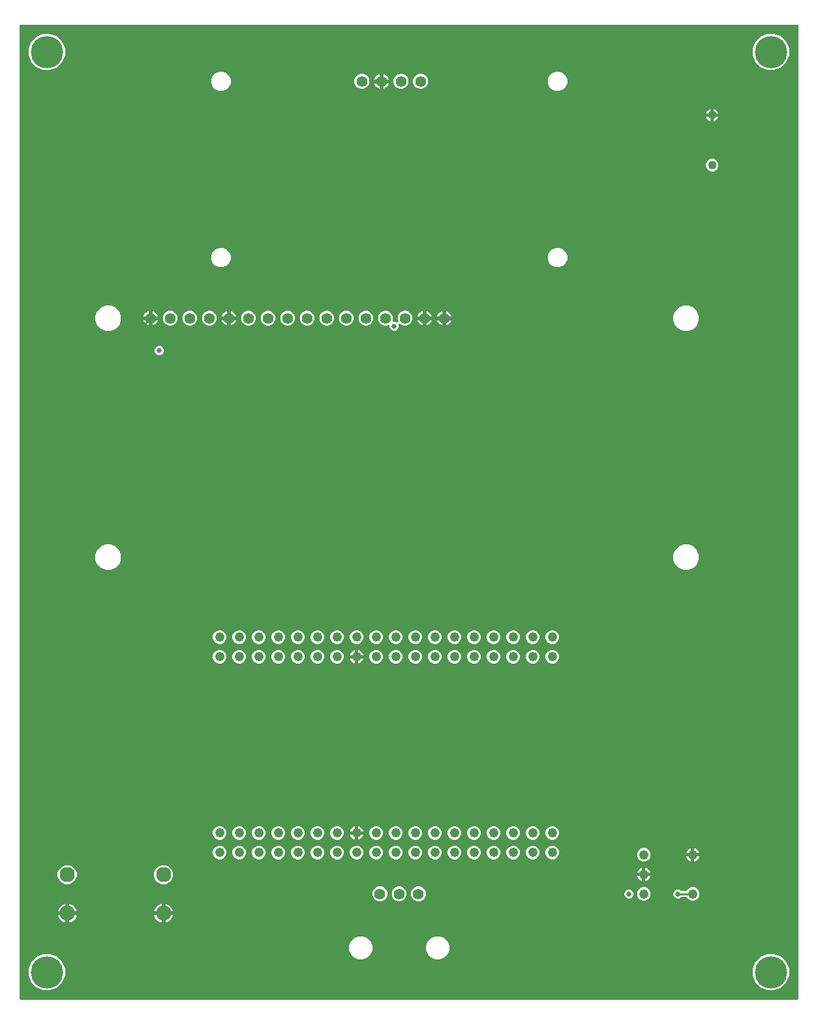
<source format=gbr>
G04 EAGLE Gerber RS-274X export*
G75*
%MOMM*%
%FSLAX34Y34*%
%LPD*%
%INCopper Layer 2*%
%IPPOS*%
%AMOC8*
5,1,8,0,0,1.08239X$1,22.5*%
G01*
%ADD10C,1.422400*%
%ADD11C,1.244600*%
%ADD12C,1.120000*%
%ADD13C,1.400000*%
%ADD14C,1.960000*%
%ADD15C,4.191000*%
%ADD16C,0.654800*%
%ADD17C,0.254000*%

G36*
X1012109Y2556D02*
X1012109Y2556D01*
X1012227Y2563D01*
X1012266Y2575D01*
X1012306Y2581D01*
X1012417Y2624D01*
X1012530Y2661D01*
X1012564Y2683D01*
X1012602Y2698D01*
X1012698Y2767D01*
X1012799Y2831D01*
X1012826Y2861D01*
X1012859Y2884D01*
X1012935Y2976D01*
X1013017Y3063D01*
X1013036Y3098D01*
X1013062Y3129D01*
X1013113Y3237D01*
X1013170Y3341D01*
X1013180Y3381D01*
X1013198Y3417D01*
X1013220Y3534D01*
X1013250Y3649D01*
X1013253Y3709D01*
X1013257Y3729D01*
X1013256Y3750D01*
X1013260Y3810D01*
X1013459Y1266190D01*
X1013444Y1266308D01*
X1013436Y1266427D01*
X1013424Y1266465D01*
X1013419Y1266505D01*
X1013375Y1266616D01*
X1013338Y1266729D01*
X1013317Y1266764D01*
X1013302Y1266801D01*
X1013232Y1266897D01*
X1013168Y1266998D01*
X1013139Y1267026D01*
X1013115Y1267058D01*
X1013023Y1267135D01*
X1012937Y1267216D01*
X1012901Y1267236D01*
X1012870Y1267261D01*
X1012762Y1267312D01*
X1012658Y1267370D01*
X1012619Y1267380D01*
X1012582Y1267397D01*
X1012465Y1267419D01*
X1012350Y1267449D01*
X1012290Y1267453D01*
X1012270Y1267457D01*
X1012250Y1267455D01*
X1012189Y1267459D01*
X3810Y1267459D01*
X3692Y1267444D01*
X3573Y1267437D01*
X3535Y1267424D01*
X3494Y1267419D01*
X3384Y1267376D01*
X3271Y1267339D01*
X3236Y1267317D01*
X3199Y1267302D01*
X3103Y1267233D01*
X3002Y1267169D01*
X2974Y1267139D01*
X2941Y1267116D01*
X2865Y1267024D01*
X2784Y1266937D01*
X2764Y1266902D01*
X2739Y1266871D01*
X2688Y1266763D01*
X2630Y1266659D01*
X2620Y1266619D01*
X2603Y1266583D01*
X2581Y1266466D01*
X2551Y1266351D01*
X2547Y1266291D01*
X2543Y1266271D01*
X2545Y1266250D01*
X2541Y1266190D01*
X2541Y3810D01*
X2556Y3692D01*
X2563Y3573D01*
X2576Y3535D01*
X2581Y3494D01*
X2624Y3384D01*
X2661Y3271D01*
X2683Y3236D01*
X2698Y3199D01*
X2767Y3103D01*
X2831Y3002D01*
X2861Y2974D01*
X2884Y2941D01*
X2976Y2865D01*
X3063Y2784D01*
X3098Y2764D01*
X3129Y2739D01*
X3237Y2688D01*
X3341Y2630D01*
X3381Y2620D01*
X3417Y2603D01*
X3534Y2581D01*
X3649Y2551D01*
X3709Y2547D01*
X3729Y2543D01*
X3750Y2545D01*
X3810Y2541D01*
X1011991Y2541D01*
X1012109Y2556D01*
G37*
%LPC*%
G36*
X973226Y1208404D02*
X973226Y1208404D01*
X964591Y1211981D01*
X957981Y1218591D01*
X954404Y1227226D01*
X954404Y1236574D01*
X957981Y1245209D01*
X964591Y1251819D01*
X973226Y1255396D01*
X982574Y1255396D01*
X991209Y1251819D01*
X997819Y1245209D01*
X1001396Y1236574D01*
X1001396Y1227226D01*
X997819Y1218591D01*
X991209Y1211981D01*
X982574Y1208404D01*
X973226Y1208404D01*
G37*
%LPD*%
%LPC*%
G36*
X33426Y1208404D02*
X33426Y1208404D01*
X24791Y1211981D01*
X18181Y1218591D01*
X14604Y1227226D01*
X14604Y1236574D01*
X18181Y1245209D01*
X24791Y1251819D01*
X33426Y1255396D01*
X42774Y1255396D01*
X51409Y1251819D01*
X58019Y1245209D01*
X61596Y1236574D01*
X61596Y1227226D01*
X58019Y1218591D01*
X51409Y1211981D01*
X42774Y1208404D01*
X33426Y1208404D01*
G37*
%LPD*%
%LPC*%
G36*
X33426Y14604D02*
X33426Y14604D01*
X24791Y18181D01*
X18181Y24791D01*
X14604Y33426D01*
X14604Y42774D01*
X18181Y51409D01*
X24791Y58019D01*
X33426Y61596D01*
X42774Y61596D01*
X51409Y58019D01*
X58019Y51409D01*
X61596Y42774D01*
X61596Y33426D01*
X58019Y24791D01*
X51409Y18181D01*
X42774Y14604D01*
X33426Y14604D01*
G37*
%LPD*%
%LPC*%
G36*
X973226Y14604D02*
X973226Y14604D01*
X964591Y18181D01*
X957981Y24791D01*
X954404Y33426D01*
X954404Y42774D01*
X957981Y51409D01*
X964591Y58019D01*
X973226Y61596D01*
X982574Y61596D01*
X991209Y58019D01*
X997819Y51409D01*
X1001396Y42774D01*
X1001396Y33426D01*
X997819Y24791D01*
X991209Y18181D01*
X982574Y14604D01*
X973226Y14604D01*
G37*
%LPD*%
%LPC*%
G36*
X864470Y559979D02*
X864470Y559979D01*
X858390Y562497D01*
X853737Y567150D01*
X851219Y573230D01*
X851219Y579810D01*
X853737Y585890D01*
X858390Y590543D01*
X864470Y593061D01*
X871050Y593061D01*
X877130Y590543D01*
X881783Y585890D01*
X884301Y579810D01*
X884301Y573230D01*
X881783Y567150D01*
X877130Y562497D01*
X871050Y559979D01*
X864470Y559979D01*
G37*
%LPD*%
%LPC*%
G36*
X114470Y559979D02*
X114470Y559979D01*
X108390Y562497D01*
X103737Y567150D01*
X101219Y573230D01*
X101219Y579810D01*
X103737Y585890D01*
X108390Y590543D01*
X114470Y593061D01*
X121050Y593061D01*
X127130Y590543D01*
X131783Y585890D01*
X134301Y579810D01*
X134301Y573230D01*
X131783Y567150D01*
X127130Y562497D01*
X121050Y559979D01*
X114470Y559979D01*
G37*
%LPD*%
%LPC*%
G36*
X864470Y869979D02*
X864470Y869979D01*
X858390Y872497D01*
X853737Y877150D01*
X851219Y883230D01*
X851219Y889810D01*
X853737Y895890D01*
X858390Y900543D01*
X864470Y903061D01*
X871050Y903061D01*
X877130Y900543D01*
X881783Y895890D01*
X884301Y889810D01*
X884301Y883230D01*
X881783Y877150D01*
X877130Y872497D01*
X871050Y869979D01*
X864470Y869979D01*
G37*
%LPD*%
%LPC*%
G36*
X114470Y869979D02*
X114470Y869979D01*
X108390Y872497D01*
X103737Y877150D01*
X101219Y883230D01*
X101219Y889810D01*
X103737Y895890D01*
X108390Y900543D01*
X114470Y903061D01*
X121050Y903061D01*
X127130Y900543D01*
X131783Y895890D01*
X134301Y889810D01*
X134301Y883230D01*
X131783Y877150D01*
X127130Y872497D01*
X121050Y869979D01*
X114470Y869979D01*
G37*
%LPD*%
%LPC*%
G36*
X442308Y54659D02*
X442308Y54659D01*
X436780Y56949D01*
X432549Y61180D01*
X430259Y66708D01*
X430259Y72692D01*
X432549Y78220D01*
X436780Y82451D01*
X442308Y84741D01*
X448292Y84741D01*
X453820Y82451D01*
X458051Y78220D01*
X460341Y72692D01*
X460341Y66708D01*
X458051Y61180D01*
X453820Y56949D01*
X448292Y54659D01*
X442308Y54659D01*
G37*
%LPD*%
%LPC*%
G36*
X542308Y54659D02*
X542308Y54659D01*
X536780Y56949D01*
X532549Y61180D01*
X530259Y66708D01*
X530259Y72692D01*
X532549Y78220D01*
X536780Y82451D01*
X542308Y84741D01*
X548292Y84741D01*
X553820Y82451D01*
X558051Y78220D01*
X560341Y72692D01*
X560341Y66708D01*
X558051Y61180D01*
X553820Y56949D01*
X548292Y54659D01*
X542308Y54659D01*
G37*
%LPD*%
%LPC*%
G36*
X487793Y870485D02*
X487793Y870485D01*
X485656Y871370D01*
X484020Y873006D01*
X483135Y875143D01*
X483135Y876603D01*
X483129Y876652D01*
X483131Y876702D01*
X483109Y876809D01*
X483095Y876919D01*
X483077Y876965D01*
X483067Y877013D01*
X483019Y877112D01*
X482978Y877214D01*
X482949Y877254D01*
X482927Y877299D01*
X482856Y877383D01*
X482792Y877472D01*
X482753Y877503D01*
X482721Y877541D01*
X482631Y877604D01*
X482547Y877674D01*
X482502Y877696D01*
X482461Y877724D01*
X482358Y877763D01*
X482259Y877810D01*
X482210Y877819D01*
X482164Y877837D01*
X482054Y877849D01*
X481947Y877870D01*
X481897Y877867D01*
X481848Y877872D01*
X481739Y877857D01*
X481629Y877850D01*
X481582Y877835D01*
X481533Y877828D01*
X481380Y877776D01*
X479458Y876979D01*
X475662Y876979D01*
X472156Y878432D01*
X469472Y881116D01*
X468019Y884622D01*
X468019Y888418D01*
X469472Y891924D01*
X472156Y894608D01*
X475662Y896061D01*
X479458Y896061D01*
X482964Y894608D01*
X485648Y891924D01*
X487101Y888418D01*
X487101Y884622D01*
X486789Y883870D01*
X486777Y883826D01*
X486761Y883793D01*
X486761Y883790D01*
X486755Y883777D01*
X486734Y883669D01*
X486705Y883563D01*
X486704Y883513D01*
X486695Y883464D01*
X486702Y883355D01*
X486700Y883245D01*
X486712Y883197D01*
X486715Y883147D01*
X486749Y883043D01*
X486774Y882936D01*
X486797Y882892D01*
X486813Y882845D01*
X486871Y882752D01*
X486923Y882655D01*
X486956Y882618D01*
X486983Y882576D01*
X487063Y882501D01*
X487137Y882419D01*
X487178Y882392D01*
X487215Y882358D01*
X487311Y882305D01*
X487402Y882245D01*
X487449Y882228D01*
X487493Y882204D01*
X487599Y882177D01*
X487703Y882141D01*
X487753Y882137D01*
X487801Y882125D01*
X487962Y882115D01*
X490107Y882115D01*
X492303Y881205D01*
X492318Y881196D01*
X492389Y881141D01*
X492453Y881113D01*
X492512Y881077D01*
X492598Y881050D01*
X492680Y881015D01*
X492749Y881004D01*
X492816Y880983D01*
X492906Y880979D01*
X492994Y880965D01*
X493064Y880971D01*
X493134Y880968D01*
X493222Y880986D01*
X493311Y880994D01*
X493377Y881018D01*
X493445Y881032D01*
X493526Y881072D01*
X493610Y881102D01*
X493668Y881141D01*
X493731Y881172D01*
X493799Y881230D01*
X493874Y881280D01*
X493920Y881333D01*
X493973Y881378D01*
X494025Y881452D01*
X494084Y881519D01*
X494116Y881581D01*
X494156Y881638D01*
X494188Y881722D01*
X494229Y881802D01*
X494244Y881870D01*
X494269Y881936D01*
X494279Y882025D01*
X494298Y882112D01*
X494296Y882182D01*
X494304Y882252D01*
X494292Y882341D01*
X494289Y882430D01*
X494269Y882497D01*
X494260Y882567D01*
X494208Y882719D01*
X493419Y884622D01*
X493419Y888418D01*
X494872Y891924D01*
X497556Y894608D01*
X501062Y896061D01*
X504858Y896061D01*
X508364Y894608D01*
X511048Y891924D01*
X512501Y888418D01*
X512501Y884622D01*
X511048Y881116D01*
X508364Y878432D01*
X504858Y876979D01*
X501062Y876979D01*
X497556Y878432D01*
X496614Y879374D01*
X496559Y879416D01*
X496510Y879467D01*
X496433Y879514D01*
X496362Y879569D01*
X496299Y879596D01*
X496239Y879633D01*
X496153Y879659D01*
X496071Y879695D01*
X496002Y879706D01*
X495935Y879726D01*
X495845Y879731D01*
X495757Y879745D01*
X495687Y879738D01*
X495617Y879742D01*
X495530Y879723D01*
X495440Y879715D01*
X495374Y879691D01*
X495306Y879677D01*
X495225Y879638D01*
X495141Y879607D01*
X495083Y879568D01*
X495020Y879538D01*
X494952Y879479D01*
X494878Y879429D01*
X494831Y879376D01*
X494778Y879331D01*
X494726Y879258D01*
X494667Y879190D01*
X494635Y879128D01*
X494595Y879071D01*
X494563Y878987D01*
X494522Y878907D01*
X494507Y878839D01*
X494482Y878774D01*
X494472Y878684D01*
X494453Y878597D01*
X494455Y878527D01*
X494447Y878458D01*
X494460Y878369D01*
X494462Y878279D01*
X494482Y878212D01*
X494492Y878143D01*
X494544Y877990D01*
X494765Y877457D01*
X494765Y875143D01*
X493880Y873006D01*
X492244Y871370D01*
X490107Y870485D01*
X487793Y870485D01*
G37*
%LPD*%
%LPC*%
G36*
X698545Y1181259D02*
X698545Y1181259D01*
X693936Y1183168D01*
X690408Y1186696D01*
X688499Y1191305D01*
X688499Y1196295D01*
X690408Y1200904D01*
X693936Y1204432D01*
X698545Y1206341D01*
X703535Y1206341D01*
X708144Y1204432D01*
X711672Y1200904D01*
X713581Y1196295D01*
X713581Y1191305D01*
X711672Y1186696D01*
X708144Y1183168D01*
X703535Y1181259D01*
X698545Y1181259D01*
G37*
%LPD*%
%LPC*%
G36*
X261665Y1181259D02*
X261665Y1181259D01*
X257056Y1183168D01*
X253528Y1186696D01*
X251619Y1191305D01*
X251619Y1196295D01*
X253528Y1200904D01*
X257056Y1204432D01*
X261665Y1206341D01*
X266655Y1206341D01*
X271264Y1204432D01*
X274792Y1200904D01*
X276701Y1196295D01*
X276701Y1191305D01*
X274792Y1186696D01*
X271264Y1183168D01*
X266655Y1181259D01*
X261665Y1181259D01*
G37*
%LPD*%
%LPC*%
G36*
X698545Y952659D02*
X698545Y952659D01*
X693936Y954568D01*
X690408Y958096D01*
X688499Y962705D01*
X688499Y967695D01*
X690408Y972304D01*
X693936Y975832D01*
X698545Y977741D01*
X703535Y977741D01*
X708144Y975832D01*
X711672Y972304D01*
X713581Y967695D01*
X713581Y962705D01*
X711672Y958096D01*
X708144Y954568D01*
X703535Y952659D01*
X698545Y952659D01*
G37*
%LPD*%
%LPC*%
G36*
X261665Y952659D02*
X261665Y952659D01*
X257056Y954568D01*
X253528Y958096D01*
X251619Y962705D01*
X251619Y967695D01*
X253528Y972304D01*
X257056Y975832D01*
X261665Y977741D01*
X266655Y977741D01*
X271264Y975832D01*
X274792Y972304D01*
X276701Y967695D01*
X276701Y962705D01*
X274792Y958096D01*
X271264Y954568D01*
X266655Y952659D01*
X261665Y952659D01*
G37*
%LPD*%
%LPC*%
G36*
X62045Y152359D02*
X62045Y152359D01*
X57510Y154238D01*
X54038Y157710D01*
X52159Y162245D01*
X52159Y167155D01*
X54038Y171690D01*
X57510Y175162D01*
X62045Y177041D01*
X66955Y177041D01*
X71490Y175162D01*
X74962Y171690D01*
X76841Y167155D01*
X76841Y162245D01*
X74962Y157710D01*
X71490Y154238D01*
X66955Y152359D01*
X62045Y152359D01*
G37*
%LPD*%
%LPC*%
G36*
X187045Y152359D02*
X187045Y152359D01*
X182510Y154238D01*
X179038Y157710D01*
X177159Y162245D01*
X177159Y167155D01*
X179038Y171690D01*
X182510Y175162D01*
X187045Y177041D01*
X191955Y177041D01*
X196490Y175162D01*
X199962Y171690D01*
X201841Y167155D01*
X201841Y162245D01*
X199962Y157710D01*
X196490Y154238D01*
X191955Y152359D01*
X187045Y152359D01*
G37*
%LPD*%
%LPC*%
G36*
X874557Y130936D02*
X874557Y130936D01*
X871336Y132270D01*
X868870Y134736D01*
X868717Y135106D01*
X868703Y135131D01*
X868693Y135159D01*
X868624Y135269D01*
X868560Y135382D01*
X868539Y135403D01*
X868523Y135428D01*
X868429Y135517D01*
X868338Y135610D01*
X868313Y135626D01*
X868292Y135646D01*
X868178Y135709D01*
X868067Y135777D01*
X868039Y135785D01*
X868013Y135800D01*
X867887Y135832D01*
X867763Y135870D01*
X867734Y135872D01*
X867705Y135879D01*
X867545Y135889D01*
X862188Y135889D01*
X862090Y135877D01*
X861991Y135874D01*
X861933Y135857D01*
X861873Y135849D01*
X861781Y135813D01*
X861686Y135785D01*
X861633Y135755D01*
X861577Y135732D01*
X861497Y135674D01*
X861412Y135624D01*
X861336Y135558D01*
X861320Y135546D01*
X861312Y135536D01*
X861291Y135518D01*
X860544Y134770D01*
X858407Y133885D01*
X856093Y133885D01*
X853956Y134770D01*
X852320Y136406D01*
X851435Y138543D01*
X851435Y140857D01*
X852320Y142994D01*
X853956Y144630D01*
X856093Y145515D01*
X858407Y145515D01*
X860544Y144630D01*
X861291Y143882D01*
X861369Y143822D01*
X861441Y143754D01*
X861494Y143725D01*
X861542Y143688D01*
X861633Y143648D01*
X861720Y143600D01*
X861778Y143585D01*
X861834Y143561D01*
X861932Y143546D01*
X862028Y143521D01*
X862128Y143515D01*
X862148Y143511D01*
X862160Y143513D01*
X862188Y143511D01*
X867545Y143511D01*
X867574Y143514D01*
X867603Y143512D01*
X867731Y143534D01*
X867860Y143551D01*
X867888Y143561D01*
X867917Y143566D01*
X868035Y143620D01*
X868156Y143668D01*
X868180Y143685D01*
X868207Y143697D01*
X868308Y143778D01*
X868413Y143854D01*
X868432Y143877D01*
X868455Y143896D01*
X868533Y143999D01*
X868616Y144099D01*
X868629Y144126D01*
X868646Y144150D01*
X868717Y144294D01*
X868870Y144664D01*
X871336Y147130D01*
X874557Y148464D01*
X878043Y148464D01*
X881264Y147130D01*
X883730Y144664D01*
X885064Y141443D01*
X885064Y137957D01*
X883730Y134736D01*
X881264Y132270D01*
X878043Y130936D01*
X874557Y130936D01*
G37*
%LPD*%
%LPC*%
G36*
X521320Y1184147D02*
X521320Y1184147D01*
X517772Y1185617D01*
X515057Y1188332D01*
X513587Y1191880D01*
X513587Y1195720D01*
X515057Y1199268D01*
X517772Y1201983D01*
X521320Y1203453D01*
X525160Y1203453D01*
X528708Y1201983D01*
X531423Y1199268D01*
X532893Y1195720D01*
X532893Y1191880D01*
X531423Y1188332D01*
X528708Y1185617D01*
X525160Y1184147D01*
X521320Y1184147D01*
G37*
%LPD*%
%LPC*%
G36*
X495920Y1184147D02*
X495920Y1184147D01*
X492372Y1185617D01*
X489657Y1188332D01*
X488187Y1191880D01*
X488187Y1195720D01*
X489657Y1199268D01*
X492372Y1201983D01*
X495920Y1203453D01*
X499760Y1203453D01*
X503308Y1201983D01*
X506023Y1199268D01*
X507493Y1195720D01*
X507493Y1191880D01*
X506023Y1188332D01*
X503308Y1185617D01*
X499760Y1184147D01*
X495920Y1184147D01*
G37*
%LPD*%
%LPC*%
G36*
X445120Y1184147D02*
X445120Y1184147D01*
X441572Y1185617D01*
X438857Y1188332D01*
X437387Y1191880D01*
X437387Y1195720D01*
X438857Y1199268D01*
X441572Y1201983D01*
X445120Y1203453D01*
X448960Y1203453D01*
X452508Y1201983D01*
X455223Y1199268D01*
X456693Y1195720D01*
X456693Y1191880D01*
X455223Y1188332D01*
X452508Y1185617D01*
X448960Y1184147D01*
X445120Y1184147D01*
G37*
%LPD*%
%LPC*%
G36*
X468402Y130159D02*
X468402Y130159D01*
X464896Y131612D01*
X462212Y134296D01*
X460759Y137802D01*
X460759Y141598D01*
X462212Y145104D01*
X464896Y147788D01*
X468402Y149241D01*
X472198Y149241D01*
X475704Y147788D01*
X478388Y145104D01*
X479841Y141598D01*
X479841Y137802D01*
X478388Y134296D01*
X475704Y131612D01*
X472198Y130159D01*
X468402Y130159D01*
G37*
%LPD*%
%LPC*%
G36*
X297862Y876979D02*
X297862Y876979D01*
X294356Y878432D01*
X291672Y881116D01*
X290219Y884622D01*
X290219Y888418D01*
X291672Y891924D01*
X294356Y894608D01*
X297862Y896061D01*
X301658Y896061D01*
X305164Y894608D01*
X307848Y891924D01*
X309301Y888418D01*
X309301Y884622D01*
X307848Y881116D01*
X305164Y878432D01*
X301658Y876979D01*
X297862Y876979D01*
G37*
%LPD*%
%LPC*%
G36*
X348662Y876979D02*
X348662Y876979D01*
X345156Y878432D01*
X342472Y881116D01*
X341019Y884622D01*
X341019Y888418D01*
X342472Y891924D01*
X345156Y894608D01*
X348662Y896061D01*
X352458Y896061D01*
X355964Y894608D01*
X358648Y891924D01*
X360101Y888418D01*
X360101Y884622D01*
X358648Y881116D01*
X355964Y878432D01*
X352458Y876979D01*
X348662Y876979D01*
G37*
%LPD*%
%LPC*%
G36*
X323262Y876979D02*
X323262Y876979D01*
X319756Y878432D01*
X317072Y881116D01*
X315619Y884622D01*
X315619Y888418D01*
X317072Y891924D01*
X319756Y894608D01*
X323262Y896061D01*
X327058Y896061D01*
X330564Y894608D01*
X333248Y891924D01*
X334701Y888418D01*
X334701Y884622D01*
X333248Y881116D01*
X330564Y878432D01*
X327058Y876979D01*
X323262Y876979D01*
G37*
%LPD*%
%LPC*%
G36*
X196262Y876979D02*
X196262Y876979D01*
X192756Y878432D01*
X190072Y881116D01*
X188619Y884622D01*
X188619Y888418D01*
X190072Y891924D01*
X192756Y894608D01*
X196262Y896061D01*
X200058Y896061D01*
X203564Y894608D01*
X206248Y891924D01*
X207701Y888418D01*
X207701Y884622D01*
X206248Y881116D01*
X203564Y878432D01*
X200058Y876979D01*
X196262Y876979D01*
G37*
%LPD*%
%LPC*%
G36*
X247062Y876979D02*
X247062Y876979D01*
X243556Y878432D01*
X240872Y881116D01*
X239419Y884622D01*
X239419Y888418D01*
X240872Y891924D01*
X243556Y894608D01*
X247062Y896061D01*
X250858Y896061D01*
X254364Y894608D01*
X257048Y891924D01*
X258501Y888418D01*
X258501Y884622D01*
X257048Y881116D01*
X254364Y878432D01*
X250858Y876979D01*
X247062Y876979D01*
G37*
%LPD*%
%LPC*%
G36*
X221662Y876979D02*
X221662Y876979D01*
X218156Y878432D01*
X215472Y881116D01*
X214019Y884622D01*
X214019Y888418D01*
X215472Y891924D01*
X218156Y894608D01*
X221662Y896061D01*
X225458Y896061D01*
X228964Y894608D01*
X231648Y891924D01*
X233101Y888418D01*
X233101Y884622D01*
X231648Y881116D01*
X228964Y878432D01*
X225458Y876979D01*
X221662Y876979D01*
G37*
%LPD*%
%LPC*%
G36*
X450262Y876979D02*
X450262Y876979D01*
X446756Y878432D01*
X444072Y881116D01*
X442619Y884622D01*
X442619Y888418D01*
X444072Y891924D01*
X446756Y894608D01*
X450262Y896061D01*
X454058Y896061D01*
X457564Y894608D01*
X460248Y891924D01*
X461701Y888418D01*
X461701Y884622D01*
X460248Y881116D01*
X457564Y878432D01*
X454058Y876979D01*
X450262Y876979D01*
G37*
%LPD*%
%LPC*%
G36*
X424862Y876979D02*
X424862Y876979D01*
X421356Y878432D01*
X418672Y881116D01*
X417219Y884622D01*
X417219Y888418D01*
X418672Y891924D01*
X421356Y894608D01*
X424862Y896061D01*
X428658Y896061D01*
X432164Y894608D01*
X434848Y891924D01*
X436301Y888418D01*
X436301Y884622D01*
X434848Y881116D01*
X432164Y878432D01*
X428658Y876979D01*
X424862Y876979D01*
G37*
%LPD*%
%LPC*%
G36*
X399462Y876979D02*
X399462Y876979D01*
X395956Y878432D01*
X393272Y881116D01*
X391819Y884622D01*
X391819Y888418D01*
X393272Y891924D01*
X395956Y894608D01*
X399462Y896061D01*
X403258Y896061D01*
X406764Y894608D01*
X409448Y891924D01*
X410901Y888418D01*
X410901Y884622D01*
X409448Y881116D01*
X406764Y878432D01*
X403258Y876979D01*
X399462Y876979D01*
G37*
%LPD*%
%LPC*%
G36*
X374062Y876979D02*
X374062Y876979D01*
X370556Y878432D01*
X367872Y881116D01*
X366419Y884622D01*
X366419Y888418D01*
X367872Y891924D01*
X370556Y894608D01*
X374062Y896061D01*
X377858Y896061D01*
X381364Y894608D01*
X384048Y891924D01*
X385501Y888418D01*
X385501Y884622D01*
X384048Y881116D01*
X381364Y878432D01*
X377858Y876979D01*
X374062Y876979D01*
G37*
%LPD*%
%LPC*%
G36*
X493402Y130159D02*
X493402Y130159D01*
X489896Y131612D01*
X487212Y134296D01*
X485759Y137802D01*
X485759Y141598D01*
X487212Y145104D01*
X489896Y147788D01*
X493402Y149241D01*
X497198Y149241D01*
X500704Y147788D01*
X503388Y145104D01*
X504841Y141598D01*
X504841Y137802D01*
X503388Y134296D01*
X500704Y131612D01*
X497198Y130159D01*
X493402Y130159D01*
G37*
%LPD*%
%LPC*%
G36*
X518402Y130159D02*
X518402Y130159D01*
X514896Y131612D01*
X512212Y134296D01*
X510759Y137802D01*
X510759Y141598D01*
X512212Y145104D01*
X514896Y147788D01*
X518402Y149241D01*
X522198Y149241D01*
X525704Y147788D01*
X528388Y145104D01*
X529841Y141598D01*
X529841Y137802D01*
X528388Y134296D01*
X525704Y131612D01*
X522198Y130159D01*
X518402Y130159D01*
G37*
%LPD*%
%LPC*%
G36*
X666957Y184536D02*
X666957Y184536D01*
X663736Y185870D01*
X661270Y188336D01*
X659936Y191557D01*
X659936Y195043D01*
X661270Y198264D01*
X663736Y200730D01*
X666957Y202064D01*
X670443Y202064D01*
X673664Y200730D01*
X676130Y198264D01*
X677464Y195043D01*
X677464Y191557D01*
X676130Y188336D01*
X673664Y185870D01*
X670443Y184536D01*
X666957Y184536D01*
G37*
%LPD*%
%LPC*%
G36*
X641557Y184536D02*
X641557Y184536D01*
X638336Y185870D01*
X635870Y188336D01*
X634536Y191557D01*
X634536Y195043D01*
X635870Y198264D01*
X638336Y200730D01*
X641557Y202064D01*
X645043Y202064D01*
X648264Y200730D01*
X650730Y198264D01*
X652064Y195043D01*
X652064Y191557D01*
X650730Y188336D01*
X648264Y185870D01*
X645043Y184536D01*
X641557Y184536D01*
G37*
%LPD*%
%LPC*%
G36*
X616157Y184536D02*
X616157Y184536D01*
X612936Y185870D01*
X610470Y188336D01*
X609136Y191557D01*
X609136Y195043D01*
X610470Y198264D01*
X612936Y200730D01*
X616157Y202064D01*
X619643Y202064D01*
X622864Y200730D01*
X625330Y198264D01*
X626664Y195043D01*
X626664Y191557D01*
X625330Y188336D01*
X622864Y185870D01*
X619643Y184536D01*
X616157Y184536D01*
G37*
%LPD*%
%LPC*%
G36*
X590757Y184536D02*
X590757Y184536D01*
X587536Y185870D01*
X585070Y188336D01*
X583736Y191557D01*
X583736Y195043D01*
X585070Y198264D01*
X587536Y200730D01*
X590757Y202064D01*
X594243Y202064D01*
X597464Y200730D01*
X599930Y198264D01*
X601264Y195043D01*
X601264Y191557D01*
X599930Y188336D01*
X597464Y185870D01*
X594243Y184536D01*
X590757Y184536D01*
G37*
%LPD*%
%LPC*%
G36*
X565357Y184536D02*
X565357Y184536D01*
X562136Y185870D01*
X559670Y188336D01*
X558336Y191557D01*
X558336Y195043D01*
X559670Y198264D01*
X562136Y200730D01*
X565357Y202064D01*
X568843Y202064D01*
X572064Y200730D01*
X574530Y198264D01*
X575864Y195043D01*
X575864Y191557D01*
X574530Y188336D01*
X572064Y185870D01*
X568843Y184536D01*
X565357Y184536D01*
G37*
%LPD*%
%LPC*%
G36*
X514557Y184536D02*
X514557Y184536D01*
X511336Y185870D01*
X508870Y188336D01*
X507536Y191557D01*
X507536Y195043D01*
X508870Y198264D01*
X511336Y200730D01*
X514557Y202064D01*
X518043Y202064D01*
X521264Y200730D01*
X523730Y198264D01*
X525064Y195043D01*
X525064Y191557D01*
X523730Y188336D01*
X521264Y185870D01*
X518043Y184536D01*
X514557Y184536D01*
G37*
%LPD*%
%LPC*%
G36*
X489157Y184536D02*
X489157Y184536D01*
X485936Y185870D01*
X483470Y188336D01*
X482136Y191557D01*
X482136Y195043D01*
X483470Y198264D01*
X485936Y200730D01*
X489157Y202064D01*
X492643Y202064D01*
X495864Y200730D01*
X498330Y198264D01*
X499664Y195043D01*
X499664Y191557D01*
X498330Y188336D01*
X495864Y185870D01*
X492643Y184536D01*
X489157Y184536D01*
G37*
%LPD*%
%LPC*%
G36*
X463757Y184536D02*
X463757Y184536D01*
X460536Y185870D01*
X458070Y188336D01*
X456736Y191557D01*
X456736Y195043D01*
X458070Y198264D01*
X460536Y200730D01*
X463757Y202064D01*
X467243Y202064D01*
X470464Y200730D01*
X472930Y198264D01*
X474264Y195043D01*
X474264Y191557D01*
X472930Y188336D01*
X470464Y185870D01*
X467243Y184536D01*
X463757Y184536D01*
G37*
%LPD*%
%LPC*%
G36*
X438357Y184536D02*
X438357Y184536D01*
X435136Y185870D01*
X432670Y188336D01*
X431336Y191557D01*
X431336Y195043D01*
X432670Y198264D01*
X435136Y200730D01*
X438357Y202064D01*
X441843Y202064D01*
X445064Y200730D01*
X447530Y198264D01*
X448864Y195043D01*
X448864Y191557D01*
X447530Y188336D01*
X445064Y185870D01*
X441843Y184536D01*
X438357Y184536D01*
G37*
%LPD*%
%LPC*%
G36*
X412957Y184536D02*
X412957Y184536D01*
X409736Y185870D01*
X407270Y188336D01*
X405936Y191557D01*
X405936Y195043D01*
X407270Y198264D01*
X409736Y200730D01*
X412957Y202064D01*
X416443Y202064D01*
X419664Y200730D01*
X422130Y198264D01*
X423464Y195043D01*
X423464Y191557D01*
X422130Y188336D01*
X419664Y185870D01*
X416443Y184536D01*
X412957Y184536D01*
G37*
%LPD*%
%LPC*%
G36*
X387557Y184536D02*
X387557Y184536D01*
X384336Y185870D01*
X381870Y188336D01*
X380536Y191557D01*
X380536Y195043D01*
X381870Y198264D01*
X384336Y200730D01*
X387557Y202064D01*
X391043Y202064D01*
X394264Y200730D01*
X396730Y198264D01*
X398064Y195043D01*
X398064Y191557D01*
X396730Y188336D01*
X394264Y185870D01*
X391043Y184536D01*
X387557Y184536D01*
G37*
%LPD*%
%LPC*%
G36*
X362157Y184536D02*
X362157Y184536D01*
X358936Y185870D01*
X356470Y188336D01*
X355136Y191557D01*
X355136Y195043D01*
X356470Y198264D01*
X358936Y200730D01*
X362157Y202064D01*
X365643Y202064D01*
X368864Y200730D01*
X371330Y198264D01*
X372664Y195043D01*
X372664Y191557D01*
X371330Y188336D01*
X368864Y185870D01*
X365643Y184536D01*
X362157Y184536D01*
G37*
%LPD*%
%LPC*%
G36*
X336757Y184536D02*
X336757Y184536D01*
X333536Y185870D01*
X331070Y188336D01*
X329736Y191557D01*
X329736Y195043D01*
X331070Y198264D01*
X333536Y200730D01*
X336757Y202064D01*
X340243Y202064D01*
X343464Y200730D01*
X345930Y198264D01*
X347264Y195043D01*
X347264Y191557D01*
X345930Y188336D01*
X343464Y185870D01*
X340243Y184536D01*
X336757Y184536D01*
G37*
%LPD*%
%LPC*%
G36*
X311357Y184536D02*
X311357Y184536D01*
X308136Y185870D01*
X305670Y188336D01*
X304336Y191557D01*
X304336Y195043D01*
X305670Y198264D01*
X308136Y200730D01*
X311357Y202064D01*
X314843Y202064D01*
X318064Y200730D01*
X320530Y198264D01*
X321864Y195043D01*
X321864Y191557D01*
X320530Y188336D01*
X318064Y185870D01*
X314843Y184536D01*
X311357Y184536D01*
G37*
%LPD*%
%LPC*%
G36*
X811057Y181736D02*
X811057Y181736D01*
X807836Y183070D01*
X805370Y185536D01*
X804036Y188757D01*
X804036Y192243D01*
X805370Y195464D01*
X807836Y197930D01*
X811057Y199264D01*
X814543Y199264D01*
X817764Y197930D01*
X820230Y195464D01*
X821564Y192243D01*
X821564Y188757D01*
X820230Y185536D01*
X817764Y183070D01*
X814543Y181736D01*
X811057Y181736D01*
G37*
%LPD*%
%LPC*%
G36*
X539957Y184536D02*
X539957Y184536D01*
X536736Y185870D01*
X534270Y188336D01*
X532936Y191557D01*
X532936Y195043D01*
X534270Y198264D01*
X536736Y200730D01*
X539957Y202064D01*
X543443Y202064D01*
X546664Y200730D01*
X549130Y198264D01*
X550464Y195043D01*
X550464Y191557D01*
X549130Y188336D01*
X546664Y185870D01*
X543443Y184536D01*
X539957Y184536D01*
G37*
%LPD*%
%LPC*%
G36*
X811057Y130936D02*
X811057Y130936D01*
X807836Y132270D01*
X805370Y134736D01*
X804036Y137957D01*
X804036Y141443D01*
X805370Y144664D01*
X807836Y147130D01*
X811057Y148464D01*
X814543Y148464D01*
X817764Y147130D01*
X820230Y144664D01*
X821564Y141443D01*
X821564Y137957D01*
X820230Y134736D01*
X817764Y132270D01*
X814543Y130936D01*
X811057Y130936D01*
G37*
%LPD*%
%LPC*%
G36*
X285957Y463936D02*
X285957Y463936D01*
X282736Y465270D01*
X280270Y467736D01*
X278936Y470957D01*
X278936Y474443D01*
X280270Y477664D01*
X282736Y480130D01*
X285957Y481464D01*
X289443Y481464D01*
X292664Y480130D01*
X295130Y477664D01*
X296464Y474443D01*
X296464Y470957D01*
X295130Y467736D01*
X292664Y465270D01*
X289443Y463936D01*
X285957Y463936D01*
G37*
%LPD*%
%LPC*%
G36*
X260557Y463936D02*
X260557Y463936D01*
X257336Y465270D01*
X254870Y467736D01*
X253536Y470957D01*
X253536Y474443D01*
X254870Y477664D01*
X257336Y480130D01*
X260557Y481464D01*
X264043Y481464D01*
X267264Y480130D01*
X269730Y477664D01*
X271064Y474443D01*
X271064Y470957D01*
X269730Y467736D01*
X267264Y465270D01*
X264043Y463936D01*
X260557Y463936D01*
G37*
%LPD*%
%LPC*%
G36*
X692357Y463936D02*
X692357Y463936D01*
X689136Y465270D01*
X686670Y467736D01*
X685336Y470957D01*
X685336Y474443D01*
X686670Y477664D01*
X689136Y480130D01*
X692357Y481464D01*
X695843Y481464D01*
X699064Y480130D01*
X701530Y477664D01*
X702864Y474443D01*
X702864Y470957D01*
X701530Y467736D01*
X699064Y465270D01*
X695843Y463936D01*
X692357Y463936D01*
G37*
%LPD*%
%LPC*%
G36*
X666957Y463936D02*
X666957Y463936D01*
X663736Y465270D01*
X661270Y467736D01*
X659936Y470957D01*
X659936Y474443D01*
X661270Y477664D01*
X663736Y480130D01*
X666957Y481464D01*
X670443Y481464D01*
X673664Y480130D01*
X676130Y477664D01*
X677464Y474443D01*
X677464Y470957D01*
X676130Y467736D01*
X673664Y465270D01*
X670443Y463936D01*
X666957Y463936D01*
G37*
%LPD*%
%LPC*%
G36*
X641557Y463936D02*
X641557Y463936D01*
X638336Y465270D01*
X635870Y467736D01*
X634536Y470957D01*
X634536Y474443D01*
X635870Y477664D01*
X638336Y480130D01*
X641557Y481464D01*
X645043Y481464D01*
X648264Y480130D01*
X650730Y477664D01*
X652064Y474443D01*
X652064Y470957D01*
X650730Y467736D01*
X648264Y465270D01*
X645043Y463936D01*
X641557Y463936D01*
G37*
%LPD*%
%LPC*%
G36*
X616157Y463936D02*
X616157Y463936D01*
X612936Y465270D01*
X610470Y467736D01*
X609136Y470957D01*
X609136Y474443D01*
X610470Y477664D01*
X612936Y480130D01*
X616157Y481464D01*
X619643Y481464D01*
X622864Y480130D01*
X625330Y477664D01*
X626664Y474443D01*
X626664Y470957D01*
X625330Y467736D01*
X622864Y465270D01*
X619643Y463936D01*
X616157Y463936D01*
G37*
%LPD*%
%LPC*%
G36*
X590757Y463936D02*
X590757Y463936D01*
X587536Y465270D01*
X585070Y467736D01*
X583736Y470957D01*
X583736Y474443D01*
X585070Y477664D01*
X587536Y480130D01*
X590757Y481464D01*
X594243Y481464D01*
X597464Y480130D01*
X599930Y477664D01*
X601264Y474443D01*
X601264Y470957D01*
X599930Y467736D01*
X597464Y465270D01*
X594243Y463936D01*
X590757Y463936D01*
G37*
%LPD*%
%LPC*%
G36*
X565357Y463936D02*
X565357Y463936D01*
X562136Y465270D01*
X559670Y467736D01*
X558336Y470957D01*
X558336Y474443D01*
X559670Y477664D01*
X562136Y480130D01*
X565357Y481464D01*
X568843Y481464D01*
X572064Y480130D01*
X574530Y477664D01*
X575864Y474443D01*
X575864Y470957D01*
X574530Y467736D01*
X572064Y465270D01*
X568843Y463936D01*
X565357Y463936D01*
G37*
%LPD*%
%LPC*%
G36*
X539957Y463936D02*
X539957Y463936D01*
X536736Y465270D01*
X534270Y467736D01*
X532936Y470957D01*
X532936Y474443D01*
X534270Y477664D01*
X536736Y480130D01*
X539957Y481464D01*
X543443Y481464D01*
X546664Y480130D01*
X549130Y477664D01*
X550464Y474443D01*
X550464Y470957D01*
X549130Y467736D01*
X546664Y465270D01*
X543443Y463936D01*
X539957Y463936D01*
G37*
%LPD*%
%LPC*%
G36*
X514557Y463936D02*
X514557Y463936D01*
X511336Y465270D01*
X508870Y467736D01*
X507536Y470957D01*
X507536Y474443D01*
X508870Y477664D01*
X511336Y480130D01*
X514557Y481464D01*
X518043Y481464D01*
X521264Y480130D01*
X523730Y477664D01*
X525064Y474443D01*
X525064Y470957D01*
X523730Y467736D01*
X521264Y465270D01*
X518043Y463936D01*
X514557Y463936D01*
G37*
%LPD*%
%LPC*%
G36*
X489157Y463936D02*
X489157Y463936D01*
X485936Y465270D01*
X483470Y467736D01*
X482136Y470957D01*
X482136Y474443D01*
X483470Y477664D01*
X485936Y480130D01*
X489157Y481464D01*
X492643Y481464D01*
X495864Y480130D01*
X498330Y477664D01*
X499664Y474443D01*
X499664Y470957D01*
X498330Y467736D01*
X495864Y465270D01*
X492643Y463936D01*
X489157Y463936D01*
G37*
%LPD*%
%LPC*%
G36*
X463757Y463936D02*
X463757Y463936D01*
X460536Y465270D01*
X458070Y467736D01*
X456736Y470957D01*
X456736Y474443D01*
X458070Y477664D01*
X460536Y480130D01*
X463757Y481464D01*
X467243Y481464D01*
X470464Y480130D01*
X472930Y477664D01*
X474264Y474443D01*
X474264Y470957D01*
X472930Y467736D01*
X470464Y465270D01*
X467243Y463936D01*
X463757Y463936D01*
G37*
%LPD*%
%LPC*%
G36*
X438357Y463936D02*
X438357Y463936D01*
X435136Y465270D01*
X432670Y467736D01*
X431336Y470957D01*
X431336Y474443D01*
X432670Y477664D01*
X435136Y480130D01*
X438357Y481464D01*
X441843Y481464D01*
X445064Y480130D01*
X447530Y477664D01*
X448864Y474443D01*
X448864Y470957D01*
X447530Y467736D01*
X445064Y465270D01*
X441843Y463936D01*
X438357Y463936D01*
G37*
%LPD*%
%LPC*%
G36*
X412957Y463936D02*
X412957Y463936D01*
X409736Y465270D01*
X407270Y467736D01*
X405936Y470957D01*
X405936Y474443D01*
X407270Y477664D01*
X409736Y480130D01*
X412957Y481464D01*
X416443Y481464D01*
X419664Y480130D01*
X422130Y477664D01*
X423464Y474443D01*
X423464Y470957D01*
X422130Y467736D01*
X419664Y465270D01*
X416443Y463936D01*
X412957Y463936D01*
G37*
%LPD*%
%LPC*%
G36*
X387557Y463936D02*
X387557Y463936D01*
X384336Y465270D01*
X381870Y467736D01*
X380536Y470957D01*
X380536Y474443D01*
X381870Y477664D01*
X384336Y480130D01*
X387557Y481464D01*
X391043Y481464D01*
X394264Y480130D01*
X396730Y477664D01*
X398064Y474443D01*
X398064Y470957D01*
X396730Y467736D01*
X394264Y465270D01*
X391043Y463936D01*
X387557Y463936D01*
G37*
%LPD*%
%LPC*%
G36*
X362157Y463936D02*
X362157Y463936D01*
X358936Y465270D01*
X356470Y467736D01*
X355136Y470957D01*
X355136Y474443D01*
X356470Y477664D01*
X358936Y480130D01*
X362157Y481464D01*
X365643Y481464D01*
X368864Y480130D01*
X371330Y477664D01*
X372664Y474443D01*
X372664Y470957D01*
X371330Y467736D01*
X368864Y465270D01*
X365643Y463936D01*
X362157Y463936D01*
G37*
%LPD*%
%LPC*%
G36*
X336757Y463936D02*
X336757Y463936D01*
X333536Y465270D01*
X331070Y467736D01*
X329736Y470957D01*
X329736Y474443D01*
X331070Y477664D01*
X333536Y480130D01*
X336757Y481464D01*
X340243Y481464D01*
X343464Y480130D01*
X345930Y477664D01*
X347264Y474443D01*
X347264Y470957D01*
X345930Y467736D01*
X343464Y465270D01*
X340243Y463936D01*
X336757Y463936D01*
G37*
%LPD*%
%LPC*%
G36*
X311357Y463936D02*
X311357Y463936D01*
X308136Y465270D01*
X305670Y467736D01*
X304336Y470957D01*
X304336Y474443D01*
X305670Y477664D01*
X308136Y480130D01*
X311357Y481464D01*
X314843Y481464D01*
X318064Y480130D01*
X320530Y477664D01*
X321864Y474443D01*
X321864Y470957D01*
X320530Y467736D01*
X318064Y465270D01*
X314843Y463936D01*
X311357Y463936D01*
G37*
%LPD*%
%LPC*%
G36*
X285957Y438536D02*
X285957Y438536D01*
X282736Y439870D01*
X280270Y442336D01*
X278936Y445557D01*
X278936Y449043D01*
X280270Y452264D01*
X282736Y454730D01*
X285957Y456064D01*
X289443Y456064D01*
X292664Y454730D01*
X295130Y452264D01*
X296464Y449043D01*
X296464Y445557D01*
X295130Y442336D01*
X292664Y439870D01*
X289443Y438536D01*
X285957Y438536D01*
G37*
%LPD*%
%LPC*%
G36*
X260557Y438536D02*
X260557Y438536D01*
X257336Y439870D01*
X254870Y442336D01*
X253536Y445557D01*
X253536Y449043D01*
X254870Y452264D01*
X257336Y454730D01*
X260557Y456064D01*
X264043Y456064D01*
X267264Y454730D01*
X269730Y452264D01*
X271064Y449043D01*
X271064Y445557D01*
X269730Y442336D01*
X267264Y439870D01*
X264043Y438536D01*
X260557Y438536D01*
G37*
%LPD*%
%LPC*%
G36*
X692357Y438536D02*
X692357Y438536D01*
X689136Y439870D01*
X686670Y442336D01*
X685336Y445557D01*
X685336Y449043D01*
X686670Y452264D01*
X689136Y454730D01*
X692357Y456064D01*
X695843Y456064D01*
X699064Y454730D01*
X701530Y452264D01*
X702864Y449043D01*
X702864Y445557D01*
X701530Y442336D01*
X699064Y439870D01*
X695843Y438536D01*
X692357Y438536D01*
G37*
%LPD*%
%LPC*%
G36*
X666957Y438536D02*
X666957Y438536D01*
X663736Y439870D01*
X661270Y442336D01*
X659936Y445557D01*
X659936Y449043D01*
X661270Y452264D01*
X663736Y454730D01*
X666957Y456064D01*
X670443Y456064D01*
X673664Y454730D01*
X676130Y452264D01*
X677464Y449043D01*
X677464Y445557D01*
X676130Y442336D01*
X673664Y439870D01*
X670443Y438536D01*
X666957Y438536D01*
G37*
%LPD*%
%LPC*%
G36*
X641557Y438536D02*
X641557Y438536D01*
X638336Y439870D01*
X635870Y442336D01*
X634536Y445557D01*
X634536Y449043D01*
X635870Y452264D01*
X638336Y454730D01*
X641557Y456064D01*
X645043Y456064D01*
X648264Y454730D01*
X650730Y452264D01*
X652064Y449043D01*
X652064Y445557D01*
X650730Y442336D01*
X648264Y439870D01*
X645043Y438536D01*
X641557Y438536D01*
G37*
%LPD*%
%LPC*%
G36*
X616157Y438536D02*
X616157Y438536D01*
X612936Y439870D01*
X610470Y442336D01*
X609136Y445557D01*
X609136Y449043D01*
X610470Y452264D01*
X612936Y454730D01*
X616157Y456064D01*
X619643Y456064D01*
X622864Y454730D01*
X625330Y452264D01*
X626664Y449043D01*
X626664Y445557D01*
X625330Y442336D01*
X622864Y439870D01*
X619643Y438536D01*
X616157Y438536D01*
G37*
%LPD*%
%LPC*%
G36*
X590757Y438536D02*
X590757Y438536D01*
X587536Y439870D01*
X585070Y442336D01*
X583736Y445557D01*
X583736Y449043D01*
X585070Y452264D01*
X587536Y454730D01*
X590757Y456064D01*
X594243Y456064D01*
X597464Y454730D01*
X599930Y452264D01*
X601264Y449043D01*
X601264Y445557D01*
X599930Y442336D01*
X597464Y439870D01*
X594243Y438536D01*
X590757Y438536D01*
G37*
%LPD*%
%LPC*%
G36*
X565357Y438536D02*
X565357Y438536D01*
X562136Y439870D01*
X559670Y442336D01*
X558336Y445557D01*
X558336Y449043D01*
X559670Y452264D01*
X562136Y454730D01*
X565357Y456064D01*
X568843Y456064D01*
X572064Y454730D01*
X574530Y452264D01*
X575864Y449043D01*
X575864Y445557D01*
X574530Y442336D01*
X572064Y439870D01*
X568843Y438536D01*
X565357Y438536D01*
G37*
%LPD*%
%LPC*%
G36*
X539957Y438536D02*
X539957Y438536D01*
X536736Y439870D01*
X534270Y442336D01*
X532936Y445557D01*
X532936Y449043D01*
X534270Y452264D01*
X536736Y454730D01*
X539957Y456064D01*
X543443Y456064D01*
X546664Y454730D01*
X549130Y452264D01*
X550464Y449043D01*
X550464Y445557D01*
X549130Y442336D01*
X546664Y439870D01*
X543443Y438536D01*
X539957Y438536D01*
G37*
%LPD*%
%LPC*%
G36*
X514557Y438536D02*
X514557Y438536D01*
X511336Y439870D01*
X508870Y442336D01*
X507536Y445557D01*
X507536Y449043D01*
X508870Y452264D01*
X511336Y454730D01*
X514557Y456064D01*
X518043Y456064D01*
X521264Y454730D01*
X523730Y452264D01*
X525064Y449043D01*
X525064Y445557D01*
X523730Y442336D01*
X521264Y439870D01*
X518043Y438536D01*
X514557Y438536D01*
G37*
%LPD*%
%LPC*%
G36*
X489157Y438536D02*
X489157Y438536D01*
X485936Y439870D01*
X483470Y442336D01*
X482136Y445557D01*
X482136Y449043D01*
X483470Y452264D01*
X485936Y454730D01*
X489157Y456064D01*
X492643Y456064D01*
X495864Y454730D01*
X498330Y452264D01*
X499664Y449043D01*
X499664Y445557D01*
X498330Y442336D01*
X495864Y439870D01*
X492643Y438536D01*
X489157Y438536D01*
G37*
%LPD*%
%LPC*%
G36*
X463757Y438536D02*
X463757Y438536D01*
X460536Y439870D01*
X458070Y442336D01*
X456736Y445557D01*
X456736Y449043D01*
X458070Y452264D01*
X460536Y454730D01*
X463757Y456064D01*
X467243Y456064D01*
X470464Y454730D01*
X472930Y452264D01*
X474264Y449043D01*
X474264Y445557D01*
X472930Y442336D01*
X470464Y439870D01*
X467243Y438536D01*
X463757Y438536D01*
G37*
%LPD*%
%LPC*%
G36*
X412957Y438536D02*
X412957Y438536D01*
X409736Y439870D01*
X407270Y442336D01*
X405936Y445557D01*
X405936Y449043D01*
X407270Y452264D01*
X409736Y454730D01*
X412957Y456064D01*
X416443Y456064D01*
X419664Y454730D01*
X422130Y452264D01*
X423464Y449043D01*
X423464Y445557D01*
X422130Y442336D01*
X419664Y439870D01*
X416443Y438536D01*
X412957Y438536D01*
G37*
%LPD*%
%LPC*%
G36*
X387557Y438536D02*
X387557Y438536D01*
X384336Y439870D01*
X381870Y442336D01*
X380536Y445557D01*
X380536Y449043D01*
X381870Y452264D01*
X384336Y454730D01*
X387557Y456064D01*
X391043Y456064D01*
X394264Y454730D01*
X396730Y452264D01*
X398064Y449043D01*
X398064Y445557D01*
X396730Y442336D01*
X394264Y439870D01*
X391043Y438536D01*
X387557Y438536D01*
G37*
%LPD*%
%LPC*%
G36*
X362157Y438536D02*
X362157Y438536D01*
X358936Y439870D01*
X356470Y442336D01*
X355136Y445557D01*
X355136Y449043D01*
X356470Y452264D01*
X358936Y454730D01*
X362157Y456064D01*
X365643Y456064D01*
X368864Y454730D01*
X371330Y452264D01*
X372664Y449043D01*
X372664Y445557D01*
X371330Y442336D01*
X368864Y439870D01*
X365643Y438536D01*
X362157Y438536D01*
G37*
%LPD*%
%LPC*%
G36*
X336757Y438536D02*
X336757Y438536D01*
X333536Y439870D01*
X331070Y442336D01*
X329736Y445557D01*
X329736Y449043D01*
X331070Y452264D01*
X333536Y454730D01*
X336757Y456064D01*
X340243Y456064D01*
X343464Y454730D01*
X345930Y452264D01*
X347264Y449043D01*
X347264Y445557D01*
X345930Y442336D01*
X343464Y439870D01*
X340243Y438536D01*
X336757Y438536D01*
G37*
%LPD*%
%LPC*%
G36*
X311357Y438536D02*
X311357Y438536D01*
X308136Y439870D01*
X305670Y442336D01*
X304336Y445557D01*
X304336Y449043D01*
X305670Y452264D01*
X308136Y454730D01*
X311357Y456064D01*
X314843Y456064D01*
X318064Y454730D01*
X320530Y452264D01*
X321864Y449043D01*
X321864Y445557D01*
X320530Y442336D01*
X318064Y439870D01*
X314843Y438536D01*
X311357Y438536D01*
G37*
%LPD*%
%LPC*%
G36*
X616157Y209936D02*
X616157Y209936D01*
X612936Y211270D01*
X610470Y213736D01*
X609136Y216957D01*
X609136Y220443D01*
X610470Y223664D01*
X612936Y226130D01*
X616157Y227464D01*
X619643Y227464D01*
X622864Y226130D01*
X625330Y223664D01*
X626664Y220443D01*
X626664Y216957D01*
X625330Y213736D01*
X622864Y211270D01*
X619643Y209936D01*
X616157Y209936D01*
G37*
%LPD*%
%LPC*%
G36*
X590757Y209936D02*
X590757Y209936D01*
X587536Y211270D01*
X585070Y213736D01*
X583736Y216957D01*
X583736Y220443D01*
X585070Y223664D01*
X587536Y226130D01*
X590757Y227464D01*
X594243Y227464D01*
X597464Y226130D01*
X599930Y223664D01*
X601264Y220443D01*
X601264Y216957D01*
X599930Y213736D01*
X597464Y211270D01*
X594243Y209936D01*
X590757Y209936D01*
G37*
%LPD*%
%LPC*%
G36*
X692357Y209936D02*
X692357Y209936D01*
X689136Y211270D01*
X686670Y213736D01*
X685336Y216957D01*
X685336Y220443D01*
X686670Y223664D01*
X689136Y226130D01*
X692357Y227464D01*
X695843Y227464D01*
X699064Y226130D01*
X701530Y223664D01*
X702864Y220443D01*
X702864Y216957D01*
X701530Y213736D01*
X699064Y211270D01*
X695843Y209936D01*
X692357Y209936D01*
G37*
%LPD*%
%LPC*%
G36*
X666957Y209936D02*
X666957Y209936D01*
X663736Y211270D01*
X661270Y213736D01*
X659936Y216957D01*
X659936Y220443D01*
X661270Y223664D01*
X663736Y226130D01*
X666957Y227464D01*
X670443Y227464D01*
X673664Y226130D01*
X676130Y223664D01*
X677464Y220443D01*
X677464Y216957D01*
X676130Y213736D01*
X673664Y211270D01*
X670443Y209936D01*
X666957Y209936D01*
G37*
%LPD*%
%LPC*%
G36*
X641557Y209936D02*
X641557Y209936D01*
X638336Y211270D01*
X635870Y213736D01*
X634536Y216957D01*
X634536Y220443D01*
X635870Y223664D01*
X638336Y226130D01*
X641557Y227464D01*
X645043Y227464D01*
X648264Y226130D01*
X650730Y223664D01*
X652064Y220443D01*
X652064Y216957D01*
X650730Y213736D01*
X648264Y211270D01*
X645043Y209936D01*
X641557Y209936D01*
G37*
%LPD*%
%LPC*%
G36*
X362157Y209936D02*
X362157Y209936D01*
X358936Y211270D01*
X356470Y213736D01*
X355136Y216957D01*
X355136Y220443D01*
X356470Y223664D01*
X358936Y226130D01*
X362157Y227464D01*
X365643Y227464D01*
X368864Y226130D01*
X371330Y223664D01*
X372664Y220443D01*
X372664Y216957D01*
X371330Y213736D01*
X368864Y211270D01*
X365643Y209936D01*
X362157Y209936D01*
G37*
%LPD*%
%LPC*%
G36*
X336757Y209936D02*
X336757Y209936D01*
X333536Y211270D01*
X331070Y213736D01*
X329736Y216957D01*
X329736Y220443D01*
X331070Y223664D01*
X333536Y226130D01*
X336757Y227464D01*
X340243Y227464D01*
X343464Y226130D01*
X345930Y223664D01*
X347264Y220443D01*
X347264Y216957D01*
X345930Y213736D01*
X343464Y211270D01*
X340243Y209936D01*
X336757Y209936D01*
G37*
%LPD*%
%LPC*%
G36*
X565357Y209936D02*
X565357Y209936D01*
X562136Y211270D01*
X559670Y213736D01*
X558336Y216957D01*
X558336Y220443D01*
X559670Y223664D01*
X562136Y226130D01*
X565357Y227464D01*
X568843Y227464D01*
X572064Y226130D01*
X574530Y223664D01*
X575864Y220443D01*
X575864Y216957D01*
X574530Y213736D01*
X572064Y211270D01*
X568843Y209936D01*
X565357Y209936D01*
G37*
%LPD*%
%LPC*%
G36*
X539957Y209936D02*
X539957Y209936D01*
X536736Y211270D01*
X534270Y213736D01*
X532936Y216957D01*
X532936Y220443D01*
X534270Y223664D01*
X536736Y226130D01*
X539957Y227464D01*
X543443Y227464D01*
X546664Y226130D01*
X549130Y223664D01*
X550464Y220443D01*
X550464Y216957D01*
X549130Y213736D01*
X546664Y211270D01*
X543443Y209936D01*
X539957Y209936D01*
G37*
%LPD*%
%LPC*%
G36*
X514557Y209936D02*
X514557Y209936D01*
X511336Y211270D01*
X508870Y213736D01*
X507536Y216957D01*
X507536Y220443D01*
X508870Y223664D01*
X511336Y226130D01*
X514557Y227464D01*
X518043Y227464D01*
X521264Y226130D01*
X523730Y223664D01*
X525064Y220443D01*
X525064Y216957D01*
X523730Y213736D01*
X521264Y211270D01*
X518043Y209936D01*
X514557Y209936D01*
G37*
%LPD*%
%LPC*%
G36*
X489157Y209936D02*
X489157Y209936D01*
X485936Y211270D01*
X483470Y213736D01*
X482136Y216957D01*
X482136Y220443D01*
X483470Y223664D01*
X485936Y226130D01*
X489157Y227464D01*
X492643Y227464D01*
X495864Y226130D01*
X498330Y223664D01*
X499664Y220443D01*
X499664Y216957D01*
X498330Y213736D01*
X495864Y211270D01*
X492643Y209936D01*
X489157Y209936D01*
G37*
%LPD*%
%LPC*%
G36*
X463757Y209936D02*
X463757Y209936D01*
X460536Y211270D01*
X458070Y213736D01*
X456736Y216957D01*
X456736Y220443D01*
X458070Y223664D01*
X460536Y226130D01*
X463757Y227464D01*
X467243Y227464D01*
X470464Y226130D01*
X472930Y223664D01*
X474264Y220443D01*
X474264Y216957D01*
X472930Y213736D01*
X470464Y211270D01*
X467243Y209936D01*
X463757Y209936D01*
G37*
%LPD*%
%LPC*%
G36*
X412957Y209936D02*
X412957Y209936D01*
X409736Y211270D01*
X407270Y213736D01*
X405936Y216957D01*
X405936Y220443D01*
X407270Y223664D01*
X409736Y226130D01*
X412957Y227464D01*
X416443Y227464D01*
X419664Y226130D01*
X422130Y223664D01*
X423464Y220443D01*
X423464Y216957D01*
X422130Y213736D01*
X419664Y211270D01*
X416443Y209936D01*
X412957Y209936D01*
G37*
%LPD*%
%LPC*%
G36*
X387557Y209936D02*
X387557Y209936D01*
X384336Y211270D01*
X381870Y213736D01*
X380536Y216957D01*
X380536Y220443D01*
X381870Y223664D01*
X384336Y226130D01*
X387557Y227464D01*
X391043Y227464D01*
X394264Y226130D01*
X396730Y223664D01*
X398064Y220443D01*
X398064Y216957D01*
X396730Y213736D01*
X394264Y211270D01*
X391043Y209936D01*
X387557Y209936D01*
G37*
%LPD*%
%LPC*%
G36*
X311357Y209936D02*
X311357Y209936D01*
X308136Y211270D01*
X305670Y213736D01*
X304336Y216957D01*
X304336Y220443D01*
X305670Y223664D01*
X308136Y226130D01*
X311357Y227464D01*
X314843Y227464D01*
X318064Y226130D01*
X320530Y223664D01*
X321864Y220443D01*
X321864Y216957D01*
X320530Y213736D01*
X318064Y211270D01*
X314843Y209936D01*
X311357Y209936D01*
G37*
%LPD*%
%LPC*%
G36*
X285957Y209936D02*
X285957Y209936D01*
X282736Y211270D01*
X280270Y213736D01*
X278936Y216957D01*
X278936Y220443D01*
X280270Y223664D01*
X282736Y226130D01*
X285957Y227464D01*
X289443Y227464D01*
X292664Y226130D01*
X295130Y223664D01*
X296464Y220443D01*
X296464Y216957D01*
X295130Y213736D01*
X292664Y211270D01*
X289443Y209936D01*
X285957Y209936D01*
G37*
%LPD*%
%LPC*%
G36*
X260557Y209936D02*
X260557Y209936D01*
X257336Y211270D01*
X254870Y213736D01*
X253536Y216957D01*
X253536Y220443D01*
X254870Y223664D01*
X257336Y226130D01*
X260557Y227464D01*
X264043Y227464D01*
X267264Y226130D01*
X269730Y223664D01*
X271064Y220443D01*
X271064Y216957D01*
X269730Y213736D01*
X267264Y211270D01*
X264043Y209936D01*
X260557Y209936D01*
G37*
%LPD*%
%LPC*%
G36*
X285957Y184536D02*
X285957Y184536D01*
X282736Y185870D01*
X280270Y188336D01*
X278936Y191557D01*
X278936Y195043D01*
X280270Y198264D01*
X282736Y200730D01*
X285957Y202064D01*
X289443Y202064D01*
X292664Y200730D01*
X295130Y198264D01*
X296464Y195043D01*
X296464Y191557D01*
X295130Y188336D01*
X292664Y185870D01*
X289443Y184536D01*
X285957Y184536D01*
G37*
%LPD*%
%LPC*%
G36*
X260557Y184536D02*
X260557Y184536D01*
X257336Y185870D01*
X254870Y188336D01*
X253536Y191557D01*
X253536Y195043D01*
X254870Y198264D01*
X257336Y200730D01*
X260557Y202064D01*
X264043Y202064D01*
X267264Y200730D01*
X269730Y198264D01*
X271064Y195043D01*
X271064Y191557D01*
X269730Y188336D01*
X267264Y185870D01*
X264043Y184536D01*
X260557Y184536D01*
G37*
%LPD*%
%LPC*%
G36*
X692357Y184536D02*
X692357Y184536D01*
X689136Y185870D01*
X686670Y188336D01*
X685336Y191557D01*
X685336Y195043D01*
X686670Y198264D01*
X689136Y200730D01*
X692357Y202064D01*
X695843Y202064D01*
X699064Y200730D01*
X701530Y198264D01*
X702864Y195043D01*
X702864Y191557D01*
X701530Y188336D01*
X699064Y185870D01*
X695843Y184536D01*
X692357Y184536D01*
G37*
%LPD*%
%LPC*%
G36*
X900081Y1076959D02*
X900081Y1076959D01*
X897089Y1078199D01*
X894799Y1080489D01*
X893559Y1083481D01*
X893559Y1086719D01*
X894799Y1089711D01*
X897089Y1092001D01*
X900081Y1093241D01*
X903319Y1093241D01*
X906311Y1092001D01*
X908601Y1089711D01*
X909841Y1086719D01*
X909841Y1083481D01*
X908601Y1080489D01*
X906311Y1078199D01*
X903319Y1076959D01*
X900081Y1076959D01*
G37*
%LPD*%
%LPC*%
G36*
X792593Y133885D02*
X792593Y133885D01*
X790456Y134770D01*
X788820Y136406D01*
X787935Y138543D01*
X787935Y140857D01*
X788820Y142994D01*
X790456Y144630D01*
X792593Y145515D01*
X794907Y145515D01*
X797044Y144630D01*
X798680Y142994D01*
X799565Y140857D01*
X799565Y138543D01*
X798680Y136406D01*
X797044Y134770D01*
X794907Y133885D01*
X792593Y133885D01*
G37*
%LPD*%
%LPC*%
G36*
X182993Y838735D02*
X182993Y838735D01*
X180856Y839620D01*
X179220Y841256D01*
X178335Y843393D01*
X178335Y845707D01*
X179220Y847844D01*
X180856Y849480D01*
X182993Y850365D01*
X185307Y850365D01*
X187444Y849480D01*
X189080Y847844D01*
X189965Y845707D01*
X189965Y843393D01*
X189080Y841256D01*
X187444Y839620D01*
X185307Y838735D01*
X182993Y838735D01*
G37*
%LPD*%
%LPC*%
G36*
X192039Y117239D02*
X192039Y117239D01*
X192039Y126792D01*
X192390Y126737D01*
X194237Y126137D01*
X195968Y125255D01*
X196825Y124632D01*
X197539Y124113D01*
X198913Y122739D01*
X200055Y121168D01*
X200937Y119437D01*
X201537Y117590D01*
X201592Y117239D01*
X192039Y117239D01*
G37*
%LPD*%
%LPC*%
G36*
X67039Y117239D02*
X67039Y117239D01*
X67039Y126792D01*
X67390Y126737D01*
X69237Y126137D01*
X70968Y125255D01*
X71825Y124632D01*
X72539Y124113D01*
X73913Y122739D01*
X75055Y121168D01*
X75937Y119437D01*
X76537Y117590D01*
X76592Y117239D01*
X67039Y117239D01*
G37*
%LPD*%
%LPC*%
G36*
X67039Y112161D02*
X67039Y112161D01*
X76592Y112161D01*
X76537Y111810D01*
X75937Y109963D01*
X75055Y108232D01*
X73913Y106661D01*
X72539Y105287D01*
X70968Y104145D01*
X69237Y103263D01*
X67390Y102663D01*
X67039Y102608D01*
X67039Y112161D01*
G37*
%LPD*%
%LPC*%
G36*
X192039Y112161D02*
X192039Y112161D01*
X201592Y112161D01*
X201537Y111810D01*
X200937Y109963D01*
X200055Y108232D01*
X198913Y106661D01*
X197539Y105287D01*
X195968Y104145D01*
X194237Y103263D01*
X192390Y102663D01*
X192039Y102608D01*
X192039Y112161D01*
G37*
%LPD*%
%LPC*%
G36*
X177408Y117239D02*
X177408Y117239D01*
X177463Y117590D01*
X178063Y119437D01*
X178945Y121168D01*
X180087Y122739D01*
X181461Y124113D01*
X183032Y125255D01*
X184763Y126137D01*
X186610Y126737D01*
X186961Y126792D01*
X186961Y117239D01*
X177408Y117239D01*
G37*
%LPD*%
%LPC*%
G36*
X52408Y117239D02*
X52408Y117239D01*
X52463Y117590D01*
X53063Y119437D01*
X53945Y121168D01*
X55087Y122739D01*
X56461Y124113D01*
X58032Y125255D01*
X59763Y126137D01*
X61610Y126737D01*
X61961Y126792D01*
X61961Y117239D01*
X52408Y117239D01*
G37*
%LPD*%
%LPC*%
G36*
X186610Y102663D02*
X186610Y102663D01*
X184763Y103263D01*
X183032Y104145D01*
X181461Y105287D01*
X180087Y106661D01*
X178945Y108232D01*
X178063Y109963D01*
X177463Y111810D01*
X177408Y112161D01*
X186961Y112161D01*
X186961Y102608D01*
X186610Y102663D01*
G37*
%LPD*%
%LPC*%
G36*
X61610Y102663D02*
X61610Y102663D01*
X59763Y103263D01*
X58032Y104145D01*
X56461Y105287D01*
X55087Y106661D01*
X53945Y108232D01*
X53063Y109963D01*
X52463Y111810D01*
X52408Y112161D01*
X61961Y112161D01*
X61961Y102608D01*
X61610Y102663D01*
G37*
%LPD*%
%LPC*%
G36*
X474979Y1196339D02*
X474979Y1196339D01*
X474979Y1203124D01*
X476145Y1202746D01*
X477499Y1202056D01*
X478728Y1201163D01*
X479803Y1200088D01*
X480696Y1198859D01*
X481386Y1197505D01*
X481764Y1196339D01*
X474979Y1196339D01*
G37*
%LPD*%
%LPC*%
G36*
X463116Y1196339D02*
X463116Y1196339D01*
X463494Y1197505D01*
X464184Y1198859D01*
X465077Y1200088D01*
X466152Y1201163D01*
X467381Y1202056D01*
X468735Y1202746D01*
X469901Y1203124D01*
X469901Y1196339D01*
X463116Y1196339D01*
G37*
%LPD*%
%LPC*%
G36*
X474979Y1191261D02*
X474979Y1191261D01*
X481764Y1191261D01*
X481386Y1190095D01*
X480696Y1188741D01*
X479803Y1187512D01*
X478728Y1186437D01*
X477499Y1185544D01*
X476145Y1184854D01*
X474979Y1184476D01*
X474979Y1191261D01*
G37*
%LPD*%
%LPC*%
G36*
X468735Y1184854D02*
X468735Y1184854D01*
X467381Y1185544D01*
X466152Y1186437D01*
X465077Y1187512D01*
X464184Y1188741D01*
X463494Y1190095D01*
X463116Y1191261D01*
X469901Y1191261D01*
X469901Y1184476D01*
X468735Y1184854D01*
G37*
%LPD*%
%LPC*%
G36*
X175259Y889019D02*
X175259Y889019D01*
X175259Y895740D01*
X176422Y895362D01*
X177761Y894680D01*
X178975Y893797D01*
X180037Y892735D01*
X180920Y891521D01*
X181602Y890182D01*
X181980Y889019D01*
X175259Y889019D01*
G37*
%LPD*%
%LPC*%
G36*
X276859Y889019D02*
X276859Y889019D01*
X276859Y895740D01*
X278022Y895362D01*
X279361Y894680D01*
X280575Y893797D01*
X281637Y892735D01*
X282520Y891521D01*
X283202Y890182D01*
X283580Y889019D01*
X276859Y889019D01*
G37*
%LPD*%
%LPC*%
G36*
X530859Y889019D02*
X530859Y889019D01*
X530859Y895740D01*
X532022Y895362D01*
X533361Y894680D01*
X534575Y893797D01*
X535637Y892735D01*
X536520Y891521D01*
X537202Y890182D01*
X537580Y889019D01*
X530859Y889019D01*
G37*
%LPD*%
%LPC*%
G36*
X556259Y889019D02*
X556259Y889019D01*
X556259Y895740D01*
X557422Y895362D01*
X558761Y894680D01*
X559975Y893797D01*
X561037Y892735D01*
X561920Y891521D01*
X562602Y890182D01*
X562980Y889019D01*
X556259Y889019D01*
G37*
%LPD*%
%LPC*%
G36*
X530859Y884021D02*
X530859Y884021D01*
X537580Y884021D01*
X537202Y882858D01*
X536520Y881519D01*
X535637Y880305D01*
X534575Y879243D01*
X533361Y878360D01*
X532022Y877678D01*
X530859Y877300D01*
X530859Y884021D01*
G37*
%LPD*%
%LPC*%
G36*
X265140Y889019D02*
X265140Y889019D01*
X265518Y890182D01*
X266200Y891521D01*
X267083Y892735D01*
X268145Y893797D01*
X269359Y894680D01*
X270698Y895362D01*
X271861Y895740D01*
X271861Y889019D01*
X265140Y889019D01*
G37*
%LPD*%
%LPC*%
G36*
X519140Y889019D02*
X519140Y889019D01*
X519518Y890182D01*
X520200Y891521D01*
X521083Y892735D01*
X522145Y893797D01*
X523359Y894680D01*
X524698Y895362D01*
X525861Y895740D01*
X525861Y889019D01*
X519140Y889019D01*
G37*
%LPD*%
%LPC*%
G36*
X163540Y889019D02*
X163540Y889019D01*
X163918Y890182D01*
X164600Y891521D01*
X165483Y892735D01*
X166545Y893797D01*
X167759Y894680D01*
X169098Y895362D01*
X170261Y895740D01*
X170261Y889019D01*
X163540Y889019D01*
G37*
%LPD*%
%LPC*%
G36*
X175259Y884021D02*
X175259Y884021D01*
X181980Y884021D01*
X181602Y882858D01*
X180920Y881519D01*
X180037Y880305D01*
X178975Y879243D01*
X177761Y878360D01*
X176422Y877678D01*
X175259Y877300D01*
X175259Y884021D01*
G37*
%LPD*%
%LPC*%
G36*
X276859Y884021D02*
X276859Y884021D01*
X283580Y884021D01*
X283202Y882858D01*
X282520Y881519D01*
X281637Y880305D01*
X280575Y879243D01*
X279361Y878360D01*
X278022Y877678D01*
X276859Y877300D01*
X276859Y884021D01*
G37*
%LPD*%
%LPC*%
G36*
X556259Y884021D02*
X556259Y884021D01*
X562980Y884021D01*
X562602Y882858D01*
X561920Y881519D01*
X561037Y880305D01*
X559975Y879243D01*
X558761Y878360D01*
X557422Y877678D01*
X556259Y877300D01*
X556259Y884021D01*
G37*
%LPD*%
%LPC*%
G36*
X544540Y889019D02*
X544540Y889019D01*
X544918Y890182D01*
X545600Y891521D01*
X546483Y892735D01*
X547545Y893797D01*
X548759Y894680D01*
X550098Y895362D01*
X551261Y895740D01*
X551261Y889019D01*
X544540Y889019D01*
G37*
%LPD*%
%LPC*%
G36*
X524698Y877678D02*
X524698Y877678D01*
X523359Y878360D01*
X522145Y879243D01*
X521083Y880305D01*
X520200Y881519D01*
X519518Y882858D01*
X519140Y884021D01*
X525861Y884021D01*
X525861Y877300D01*
X524698Y877678D01*
G37*
%LPD*%
%LPC*%
G36*
X169098Y877678D02*
X169098Y877678D01*
X167759Y878360D01*
X166545Y879243D01*
X165483Y880305D01*
X164600Y881519D01*
X163918Y882858D01*
X163540Y884021D01*
X170261Y884021D01*
X170261Y877300D01*
X169098Y877678D01*
G37*
%LPD*%
%LPC*%
G36*
X270698Y877678D02*
X270698Y877678D01*
X269359Y878360D01*
X268145Y879243D01*
X267083Y880305D01*
X266200Y881519D01*
X265518Y882858D01*
X265140Y884021D01*
X271861Y884021D01*
X271861Y877300D01*
X270698Y877678D01*
G37*
%LPD*%
%LPC*%
G36*
X550098Y877678D02*
X550098Y877678D01*
X548759Y878360D01*
X547545Y879243D01*
X546483Y880305D01*
X545600Y881519D01*
X544918Y882858D01*
X544540Y884021D01*
X551261Y884021D01*
X551261Y877300D01*
X550098Y877678D01*
G37*
%LPD*%
%LPC*%
G36*
X878522Y192722D02*
X878522Y192722D01*
X878522Y198993D01*
X878856Y198927D01*
X880451Y198266D01*
X881887Y197307D01*
X883107Y196087D01*
X884066Y194651D01*
X884727Y193056D01*
X884793Y192722D01*
X878522Y192722D01*
G37*
%LPD*%
%LPC*%
G36*
X815022Y167322D02*
X815022Y167322D01*
X815022Y173593D01*
X815356Y173527D01*
X816951Y172866D01*
X818387Y171907D01*
X819607Y170687D01*
X820566Y169251D01*
X821227Y167656D01*
X821293Y167322D01*
X815022Y167322D01*
G37*
%LPD*%
%LPC*%
G36*
X442322Y449522D02*
X442322Y449522D01*
X442322Y455793D01*
X442656Y455727D01*
X444251Y455066D01*
X445687Y454107D01*
X446907Y452887D01*
X447866Y451451D01*
X448527Y449856D01*
X448593Y449522D01*
X442322Y449522D01*
G37*
%LPD*%
%LPC*%
G36*
X442322Y220922D02*
X442322Y220922D01*
X442322Y227193D01*
X442656Y227127D01*
X444251Y226466D01*
X445687Y225507D01*
X446907Y224287D01*
X447866Y222851D01*
X448527Y221256D01*
X448593Y220922D01*
X442322Y220922D01*
G37*
%LPD*%
%LPC*%
G36*
X867807Y192722D02*
X867807Y192722D01*
X867873Y193056D01*
X868534Y194651D01*
X869493Y196087D01*
X870713Y197307D01*
X872149Y198266D01*
X873744Y198927D01*
X874078Y198993D01*
X874078Y192722D01*
X867807Y192722D01*
G37*
%LPD*%
%LPC*%
G36*
X878522Y188278D02*
X878522Y188278D01*
X884793Y188278D01*
X884727Y187944D01*
X884066Y186349D01*
X883107Y184913D01*
X881887Y183693D01*
X880451Y182734D01*
X878856Y182073D01*
X878522Y182007D01*
X878522Y188278D01*
G37*
%LPD*%
%LPC*%
G36*
X431607Y449522D02*
X431607Y449522D01*
X431673Y449856D01*
X432334Y451451D01*
X433293Y452887D01*
X434513Y454107D01*
X435949Y455066D01*
X437544Y455727D01*
X437878Y455793D01*
X437878Y449522D01*
X431607Y449522D01*
G37*
%LPD*%
%LPC*%
G36*
X804307Y167322D02*
X804307Y167322D01*
X804373Y167656D01*
X805034Y169251D01*
X805993Y170687D01*
X807213Y171907D01*
X808649Y172866D01*
X810244Y173527D01*
X810578Y173593D01*
X810578Y167322D01*
X804307Y167322D01*
G37*
%LPD*%
%LPC*%
G36*
X815022Y162878D02*
X815022Y162878D01*
X821293Y162878D01*
X821227Y162544D01*
X820566Y160949D01*
X819607Y159513D01*
X818387Y158293D01*
X816951Y157334D01*
X815356Y156673D01*
X815022Y156607D01*
X815022Y162878D01*
G37*
%LPD*%
%LPC*%
G36*
X442322Y445078D02*
X442322Y445078D01*
X448593Y445078D01*
X448527Y444744D01*
X447866Y443149D01*
X446907Y441713D01*
X445687Y440493D01*
X444251Y439534D01*
X442656Y438873D01*
X442322Y438807D01*
X442322Y445078D01*
G37*
%LPD*%
%LPC*%
G36*
X442322Y216478D02*
X442322Y216478D01*
X448593Y216478D01*
X448527Y216144D01*
X447866Y214549D01*
X446907Y213113D01*
X445687Y211893D01*
X444251Y210934D01*
X442656Y210273D01*
X442322Y210207D01*
X442322Y216478D01*
G37*
%LPD*%
%LPC*%
G36*
X431607Y220922D02*
X431607Y220922D01*
X431673Y221256D01*
X432334Y222851D01*
X433293Y224287D01*
X434513Y225507D01*
X435949Y226466D01*
X437544Y227127D01*
X437878Y227193D01*
X437878Y220922D01*
X431607Y220922D01*
G37*
%LPD*%
%LPC*%
G36*
X810244Y156673D02*
X810244Y156673D01*
X808649Y157334D01*
X807213Y158293D01*
X805993Y159513D01*
X805034Y160949D01*
X804373Y162544D01*
X804307Y162878D01*
X810578Y162878D01*
X810578Y156607D01*
X810244Y156673D01*
G37*
%LPD*%
%LPC*%
G36*
X437544Y438873D02*
X437544Y438873D01*
X435949Y439534D01*
X434513Y440493D01*
X433293Y441713D01*
X432334Y443149D01*
X431673Y444744D01*
X431607Y445078D01*
X437878Y445078D01*
X437878Y438807D01*
X437544Y438873D01*
G37*
%LPD*%
%LPC*%
G36*
X437544Y210273D02*
X437544Y210273D01*
X435949Y210934D01*
X434513Y211893D01*
X433293Y213113D01*
X432334Y214549D01*
X431673Y216144D01*
X431607Y216478D01*
X437878Y216478D01*
X437878Y210207D01*
X437544Y210273D01*
G37*
%LPD*%
%LPC*%
G36*
X873744Y182073D02*
X873744Y182073D01*
X872149Y182734D01*
X870713Y183693D01*
X869493Y184913D01*
X868534Y186349D01*
X867873Y187944D01*
X867807Y188278D01*
X874078Y188278D01*
X874078Y182007D01*
X873744Y182073D01*
G37*
%LPD*%
%LPC*%
G36*
X903699Y1152099D02*
X903699Y1152099D01*
X903699Y1158003D01*
X904075Y1157928D01*
X905556Y1157314D01*
X906889Y1156423D01*
X908023Y1155289D01*
X908914Y1153956D01*
X909528Y1152475D01*
X909603Y1152099D01*
X903699Y1152099D01*
G37*
%LPD*%
%LPC*%
G36*
X893797Y1152099D02*
X893797Y1152099D01*
X893872Y1152475D01*
X894486Y1153956D01*
X895377Y1155289D01*
X896511Y1156423D01*
X897844Y1157314D01*
X899325Y1157928D01*
X899701Y1158003D01*
X899701Y1152099D01*
X893797Y1152099D01*
G37*
%LPD*%
%LPC*%
G36*
X903699Y1148101D02*
X903699Y1148101D01*
X909603Y1148101D01*
X909528Y1147725D01*
X908914Y1146244D01*
X908023Y1144911D01*
X906889Y1143777D01*
X905556Y1142886D01*
X904075Y1142272D01*
X903699Y1142197D01*
X903699Y1148101D01*
G37*
%LPD*%
%LPC*%
G36*
X899325Y1142272D02*
X899325Y1142272D01*
X897844Y1142886D01*
X896511Y1143777D01*
X895377Y1144911D01*
X894486Y1146244D01*
X893872Y1147725D01*
X893797Y1148101D01*
X899701Y1148101D01*
X899701Y1142197D01*
X899325Y1142272D01*
G37*
%LPD*%
%LPC*%
G36*
X189499Y114699D02*
X189499Y114699D01*
X189499Y114701D01*
X189501Y114701D01*
X189501Y114699D01*
X189499Y114699D01*
G37*
%LPD*%
%LPC*%
G36*
X64499Y114699D02*
X64499Y114699D01*
X64499Y114701D01*
X64501Y114701D01*
X64501Y114699D01*
X64499Y114699D01*
G37*
%LPD*%
%LPC*%
G36*
X472439Y1193799D02*
X472439Y1193799D01*
X472439Y1193801D01*
X472441Y1193801D01*
X472441Y1193799D01*
X472439Y1193799D01*
G37*
%LPD*%
D10*
X523240Y1193800D03*
X497840Y1193800D03*
X472440Y1193800D03*
X447040Y1193800D03*
D11*
X876300Y190500D03*
X876300Y139700D03*
X812800Y190500D03*
X812800Y165100D03*
X812800Y139700D03*
D12*
X901700Y1150100D03*
X901700Y1085100D03*
D13*
X520300Y139700D03*
X495300Y139700D03*
X470300Y139700D03*
D14*
X189500Y164700D03*
X189500Y114700D03*
X64500Y114700D03*
X64500Y164700D03*
D11*
X262300Y472700D03*
X262300Y447300D03*
X287700Y472700D03*
X287700Y447300D03*
X313100Y472700D03*
X313100Y447300D03*
X338500Y472700D03*
X338500Y447300D03*
X363900Y472700D03*
X363900Y447300D03*
X389300Y472700D03*
X389300Y447300D03*
X414700Y472700D03*
X414700Y447300D03*
X440100Y472700D03*
X440100Y447300D03*
X465500Y472700D03*
X465500Y447300D03*
X490900Y472700D03*
X490900Y447300D03*
X516300Y472700D03*
X516300Y447300D03*
X541700Y472700D03*
X541700Y447300D03*
X567100Y472700D03*
X567100Y447300D03*
X592500Y472700D03*
X592500Y447300D03*
X617900Y472700D03*
X617900Y447300D03*
X643300Y472700D03*
X643300Y447300D03*
X668700Y472700D03*
X668700Y447300D03*
X694100Y472700D03*
X694100Y447300D03*
X262300Y218700D03*
X262300Y193300D03*
X287700Y218700D03*
X287700Y193300D03*
X313100Y218700D03*
X313100Y193300D03*
X338500Y218700D03*
X338500Y193300D03*
X363900Y218700D03*
X363900Y193300D03*
X389300Y218700D03*
X389300Y193300D03*
X414700Y218700D03*
X414700Y193300D03*
X440100Y218700D03*
X440100Y193300D03*
X465500Y218700D03*
X465500Y193300D03*
X490900Y218700D03*
X490900Y193300D03*
X516300Y218700D03*
X516300Y193300D03*
X541700Y218700D03*
X541700Y193300D03*
X567100Y218700D03*
X567100Y193300D03*
X592500Y218700D03*
X592500Y193300D03*
X617900Y218700D03*
X617900Y193300D03*
X643300Y218700D03*
X643300Y193300D03*
X668700Y218700D03*
X668700Y193300D03*
X694100Y218700D03*
X694100Y193300D03*
D13*
X172760Y886520D03*
X198160Y886520D03*
X223560Y886520D03*
X248960Y886520D03*
X274360Y886520D03*
X299760Y886520D03*
X325160Y886520D03*
X350560Y886520D03*
X375960Y886520D03*
X401360Y886520D03*
X426760Y886520D03*
X452160Y886520D03*
X477560Y886520D03*
X502960Y886520D03*
X528360Y886520D03*
X553760Y886520D03*
D15*
X38100Y38100D03*
X38100Y1231900D03*
X977900Y1231900D03*
X977900Y38100D03*
D16*
X793750Y165100D03*
X857250Y190500D03*
X889000Y1149350D03*
X63500Y698500D03*
D17*
X189500Y114700D02*
X189100Y114300D01*
X171450Y114300D01*
D16*
X171450Y114300D03*
X50800Y114300D03*
D17*
X158750Y872510D02*
X172760Y886520D01*
X158750Y872510D02*
X158750Y844550D01*
D16*
X158750Y844550D03*
X260350Y876300D03*
X514350Y876300D03*
X539750Y876300D03*
X793750Y139700D03*
D17*
X857250Y139700D02*
X876300Y139700D01*
D16*
X857250Y139700D03*
X184150Y844550D03*
X488950Y876300D03*
M02*

</source>
